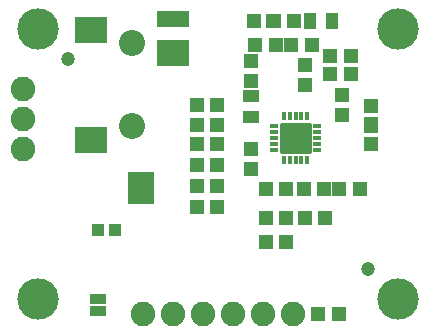
<source format=gbr>
G04 EAGLE Gerber RS-274X export*
G75*
%MOMM*%
%FSLAX34Y34*%
%LPD*%
%INSoldermask Top*%
%IPPOS*%
%AMOC8*
5,1,8,0,0,1.08239X$1,22.5*%
G01*
%ADD10R,0.703200X0.453200*%
%ADD11R,0.453200X0.703200*%
%ADD12C,0.459544*%
%ADD13R,1.303200X1.203200*%
%ADD14R,1.203200X1.303200*%
%ADD15R,1.003200X1.403200*%
%ADD16R,1.403200X1.003200*%
%ADD17R,2.703200X2.203200*%
%ADD18R,2.203200X2.703200*%
%ADD19R,2.703200X1.403200*%
%ADD20C,2.203200*%
%ADD21C,3.505200*%
%ADD22C,2.082800*%
%ADD23R,1.003200X1.003200*%
%ADD24R,1.473200X0.838200*%
%ADD25C,1.203200*%


D10*
X225340Y171290D03*
X225340Y166290D03*
X225340Y161290D03*
X225340Y156290D03*
X225340Y151290D03*
D11*
X233840Y142790D03*
X238840Y142790D03*
X243840Y142790D03*
X248840Y142790D03*
X253840Y142790D03*
D10*
X262340Y151290D03*
X262340Y156290D03*
X262340Y161290D03*
X262340Y166290D03*
X262340Y171290D03*
D11*
X253840Y179790D03*
X248840Y179790D03*
X243840Y179790D03*
X238840Y179790D03*
X233840Y179790D03*
D12*
X232621Y150071D02*
X255059Y150071D01*
X232621Y150071D02*
X232621Y172509D01*
X255059Y172509D01*
X255059Y150071D01*
X255059Y154436D02*
X232621Y154436D01*
X232621Y158801D02*
X255059Y158801D01*
X255059Y163166D02*
X232621Y163166D01*
X232621Y167531D02*
X255059Y167531D01*
X255059Y171896D02*
X232621Y171896D01*
D13*
X160410Y172720D03*
X177410Y172720D03*
X160410Y156210D03*
X177410Y156210D03*
X235830Y93980D03*
X218830Y93980D03*
D14*
X205740Y209940D03*
X205740Y226940D03*
X252095Y206130D03*
X252095Y223130D03*
D13*
X298060Y118110D03*
X281060Y118110D03*
X268215Y118110D03*
X251215Y118110D03*
D14*
X205740Y152010D03*
X205740Y135010D03*
D13*
X273440Y215900D03*
X290440Y215900D03*
D14*
X283210Y197730D03*
X283210Y180730D03*
D15*
X256430Y260350D03*
X274430Y260350D03*
D16*
X205740Y178960D03*
X205740Y196960D03*
D13*
X268850Y93980D03*
X251850Y93980D03*
X235830Y118110D03*
X218830Y118110D03*
X160410Y138430D03*
X177410Y138430D03*
X160410Y189230D03*
X177410Y189230D03*
X240420Y240030D03*
X257420Y240030D03*
X209940Y240030D03*
X226940Y240030D03*
X290440Y231140D03*
X273440Y231140D03*
X235830Y73660D03*
X218830Y73660D03*
X177410Y120650D03*
X160410Y120650D03*
D17*
X70910Y252860D03*
X70910Y159860D03*
X139910Y233860D03*
D18*
X112910Y119360D03*
D19*
X139910Y261860D03*
D20*
X105410Y241860D03*
X105410Y171860D03*
D21*
X25400Y25400D03*
X330200Y25400D03*
X25400Y254000D03*
X330200Y254000D03*
D22*
X114300Y12700D03*
X139700Y12700D03*
X165100Y12700D03*
X190500Y12700D03*
X215900Y12700D03*
X241300Y12700D03*
D13*
X263280Y12700D03*
X280280Y12700D03*
D22*
X12700Y152400D03*
X12700Y177800D03*
X12700Y203200D03*
D13*
X160410Y102870D03*
X177410Y102870D03*
D23*
X76320Y83820D03*
X91320Y83820D03*
D24*
X76200Y15240D03*
X76200Y25400D03*
D13*
X208670Y260350D03*
X225670Y260350D03*
X225180Y260350D03*
X242180Y260350D03*
D14*
X307340Y156600D03*
X307340Y173600D03*
X307340Y171840D03*
X307340Y188840D03*
D25*
X50800Y228600D03*
X304800Y50800D03*
M02*

</source>
